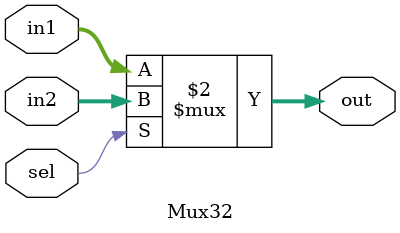
<source format=v>
module Mux32(in1,in2,sel,out);
    input [31:0] in1,in2;
    input sel;
    output [31:0] out;

    assign out = (sel == 0) ? in1 : in2;
endmodule

</source>
